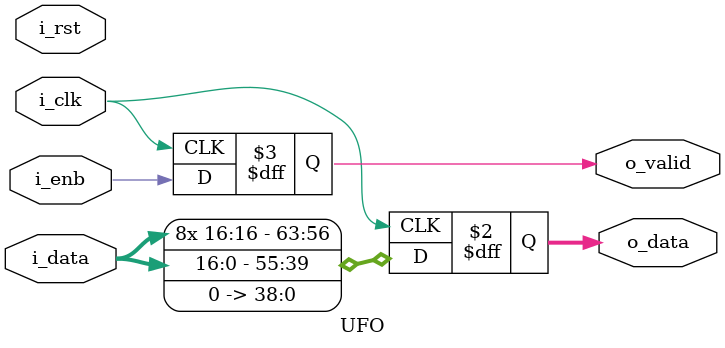
<source format=sv>
`timescale 1 ns / 1 ns
module UFO #(
    parameter DATA_WIDTH_IN = 17,
    parameter DATA_WIDTH_OUT = 64
)(
    input i_clk,
    input i_rst,
    input i_enb,
    input  [DATA_WIDTH_IN-1:0] i_data,
    output logic [DATA_WIDTH_OUT-1:0] o_data,
    output logic o_valid );
    
    always @(posedge i_clk) begin
      o_data <= {{8{i_data[16]}}, {i_data, {39{1'b0}}}};	// Just a dummy assignement. Replace with your code.
      o_valid <= i_enb;					// Just a dummy assignement. Replace with your code.
    end

endmodule 


</source>
